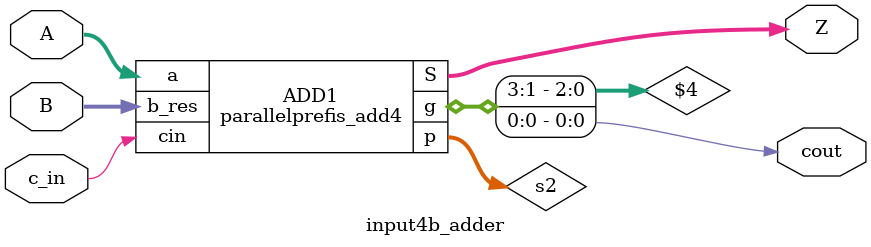
<source format=v>
`timescale 1ns / 1ps
module vedic4x4ppa(
a,b,sum,c_out
    );
input [3:0]a;
input [3:0]b;
output [7:0]sum;
wire c0,c1,c2,c3;
output c_out;
wire [3:0]q0;	
wire [3:0]q1;	
wire [3:0]q2;
wire [3:0]q3;
wire cc;	
wire [7:0]sum;
wire [3:0]temp1;
wire [3:0]temp2;
wire [3:0]q4;
wire [3:0]q5;
wire [3:0]q6;
//wire [3:0]q7;
assign cc=1'b0;
// using 4 2x2 multipliers
vedic_2_x_2 z1(a[1:0],b[1:0],q0[3:0]);
vedic_2_x_2 z2(a[3:2],b[1:0],q1[3:0]);
vedic_2_x_2 z3(a[1:0],b[3:2],q2[3:0]);
vedic_2_x_2 z4(a[3:2],b[3:2],q3[3:0]);

input4b_adder pp1( q1[3:0],q2[3:0],cc, q4[3:0],c1);
assign temp1 ={2'b0,q0[3:2]};
input4b_adder pp2( q4[3:0], temp1,cc,q5[3:0], c2);
or(c0,c1,c2);
assign temp2 ={1'b0,c0,q5[3:2]};
input4b_adder pp3( q3[3:0], temp2,cc,q6[3:0], c3);

// fnal output assignment 
assign sum[1:0]=q0[1:0];
assign sum[3:2]=q5[1:0];
assign sum[7:4]=q6[3:0];
assign c_out=c3;
endmodule

module and2 (input wire i0, i1, output wire o);
	assign o = i0 & i1;
endmodule

module or2 (input wire i0, i1, output wire o);
	assign o = i0 | i1;
endmodule

module xor2 (input wire i0, i1, output wire o);
	assign o = i0 ^ i1;
endmodule

module xor3 (input wire i0, i1, i2, output wire o);
	wire temp;
	xor2 xor2_0 (i0, i1, temp);
	xor2 xor2_1 (i2, temp, o);
endmodule

module pro_gen (input wire a, b, output wire p, g);
	or2 or_1 (a, b, p);
	and2 and_1 (a, b, g);
endmodule

module carry (input wire pi, gi, pj, gj, output wire P, G);
	wire temp;
	and2 and_1 (pi, pj, P);
	and2 and_2 (pi, gj, temp);
	or2 or_0 (gi, temp, G);
endmodule

module sum (input wire a, b, gi, output wire s);
	xor3 xor3_1 (a, b, gi, s);
endmodule

module parallelprefis_add4(input wire [3:0] a, b_res, input wire cin, output wire [3:0] S,output wire [3:0] p, g);
	
	
	pro_gen pg_0 (a[0], b_res[0], p[0], g[0]);
	pro_gen pg_1 (a[1], b_res[1], p[1], g[1]);
	pro_gen pg_2 (a[2], b_res[2], p[2], g[2]);
	pro_gen pg_3 (a[3], b_res[3], p[3], g[3]);
		wire [1:0] lvl1_P, lvl1_G;
	 carry  box_lvl1_0 (p[0], g[0], 1'b0, cin, lvl1_P[0], lvl1_G[0]);
	 carry  box_lvl1_1 (p[2], g[2], p[1], g[1], lvl1_P[1], lvl1_G[1]);
	 	wire [1:0] lvl2_P, lvl2_G;
	 carry  box_lvl2_0 (p[1], g[1], lvl1_P[0], lvl1_G[0], lvl2_P[0], lvl2_G[0]);
	 carry  box_lvl2_1 (lvl1_P[1], lvl1_G[1], lvl1_P[0], lvl1_G[0], lvl2_P[1], lvl2_G[1]);
	 wire [1:0] lvl3_P, lvl3_G;
	 carry  box_lvl3_0 (p[3], g[3], lvl2_P[1], lvl2_G[1], lvl3_P[0], lvl3_G[0]);
	 sum circle_0 (a[0], b_res[0], cin, S[0]);
	sum circle_1 (a[1], b_res[1], lvl1_G[0], S[1]);
	sum circle_2 (a[2], b_res[2], lvl2_G[0], S[2]);
	sum circle_3 (a[3], b_res[3], lvl2_G[1], S[3]);
	endmodule 

module input4b_adder( A, B, c_in,Z,cout);
input [3:0] A,B;
input c_in;
output [3:0] Z;
output cout;
//wire [3:0] a1,s1;
wire [3:0] s2;
parallelprefis_add4 ADD1(A, B, c_in, Z,s2,cout);
//parallelprefis_add4 ADD2(s1, , a1, Z,s4,cout);
//assign  a1[0]=1'b0; 
endmodule

</source>
